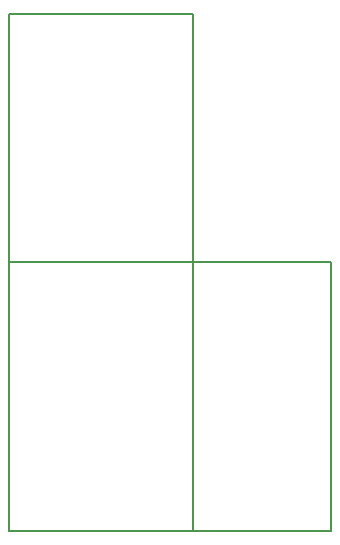
<source format=gm1>
G04 MADE WITH FRITZING*
G04 WWW.FRITZING.ORG*
G04 DOUBLE SIDED*
G04 HOLES PLATED*
G04 CONTOUR ON CENTER OF CONTOUR VECTOR*
%ASAXBY*%
%FSLAX23Y23*%
%MOIN*%
%OFA0B0*%
%SFA1.0B1.0*%
<<<<<<< HEAD
%ADD10R,0.619201X1.732280*%
=======
%ADD10R,1.079250X0.904476*%
>>>>>>> 652a290e6792c839e163a5ccaaf629e452f53e06
%ADD11C,0.008000*%
%ADD10C,0.008*%
%LNCONTOUR*%
G90*
G70*
G54D10*
G54D11*
<<<<<<< HEAD
X4Y1728D02*
X615Y1728D01*
X615Y4D01*
X4Y4D01*
X4Y1728D01*
=======
X4Y900D02*
X1075Y900D01*
X1075Y4D01*
X4Y4D01*
X4Y900D01*
>>>>>>> 652a290e6792c839e163a5ccaaf629e452f53e06
D02*
G04 End of contour*
M02*
</source>
